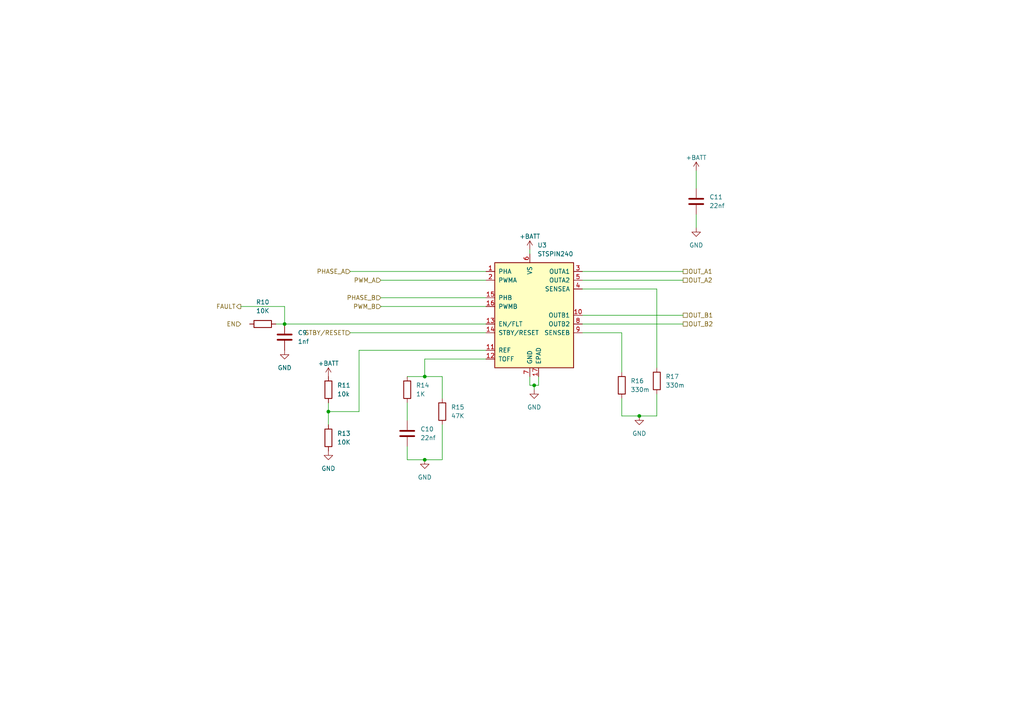
<source format=kicad_sch>
(kicad_sch (version 20230121) (generator eeschema)
  (paper "A4")
  (lib_symbols
    (symbol "Device:C" (pin_numbers hide) (pin_names (offset 0.254))
      (property "Reference" "C" (at 0.635 2.54 0))
      (property "Value" "C" (at 0.635 -2.54 0))
      (symbol "C_0_1"
        (polyline (pts (xy -2.032 -0.762) (xy 2.032 -0.762)) (stroke (width 0.508)))
        (polyline (pts (xy -2.032 0.762) (xy 2.032 0.762)) (stroke (width 0.508)))
      )
      (symbol "C_1_1"
        (pin passive line (at 0 3.81 270) (length 2.794) (name "~") (number "1"))
        (pin passive line (at 0 -3.81 90) (length 2.794) (name "~") (number "2"))
      )
    )
    (symbol "Device:R" (pin_numbers hide) (pin_names (offset 0))
      (property "Reference" "R" (at 2.032 0 90))
      (property "Value" "R" (at 0 0 90))
      (symbol "R_0_1"
        (rectangle (start -1.016 -2.54) (end 1.016 2.54) (stroke (width 0.254)))
      )
      (symbol "R_1_1"
        (pin passive line (at 0 3.81 270) (length 1.27) (name "~") (number "1"))
        (pin passive line (at 0 -3.81 90) (length 1.27) (name "~") (number "2"))
      )
    )
    (symbol "Driver_Motor:STSPIN240" (pin_names (offset 1.016))
      (property "Reference" "U" (at -10.16 16.51 0))
      (property "Value" "STSPIN240" (at 5.08 16.51 0))
      (symbol "STSPIN240_0_1"
        (rectangle (start -10.16 15.24) (end 12.7 -15.24) (stroke (width 0.254)) (fill (type background)))
      )
      (symbol "STSPIN240_1_1"
        (pin input line (at -12.7 12.7 0) (length 2.54) (name "PHA") (number "1"))
        (pin power_out line (at 15.24 0 180) (length 2.54) (name "OUTB1") (number "10"))
        (pin input line (at -12.7 -10.16 0) (length 2.54) (name "REF") (number "11"))
        (pin input line (at -12.7 -12.7 0) (length 2.54) (name "TOFF") (number "12"))
        (pin bidirectional line (at -12.7 -2.54 0) (length 2.54) (name "EN/FLT") (number "13"))
        (pin input line (at -12.7 -5.08 0) (length 2.54) (name "STBY/RESET") (number "14"))
        (pin input line (at -12.7 5.08 0) (length 2.54) (name "PHB") (number "15"))
        (pin input line (at -12.7 2.54 0) (length 2.54) (name "PWMB") (number "16"))
        (pin power_in line (at 2.54 -17.78 90) (length 2.54) (name "EPAD") (number "17"))
        (pin input line (at -12.7 10.16 0) (length 2.54) (name "PWMA") (number "2"))
        (pin power_out line (at 15.24 12.7 180) (length 2.54) (name "OUTA1") (number "3"))
        (pin power_out line (at 15.24 7.62 180) (length 2.54) (name "SENSEA") (number "4"))
        (pin power_out line (at 15.24 10.16 180) (length 2.54) (name "OUTA2") (number "5"))
        (pin power_in line (at 0 17.78 270) (length 2.54) (name "VS") (number "6"))
        (pin power_in line (at 0 -17.78 90) (length 2.54) (name "GND") (number "7"))
        (pin power_out line (at 15.24 -2.54 180) (length 2.54) (name "OUTB2") (number "8"))
        (pin power_out line (at 15.24 -5.08 180) (length 2.54) (name "SENSEB") (number "9"))
      )
    )
    (symbol "power:+BATT" (power) (pin_names (offset 0))
      (property "Value" "+BATT" (at 0 3.556 0))
      (symbol "+BATT_0_1"
        (polyline (pts (xy -0.762 1.27) (xy 0 2.54)))
        (polyline (pts (xy 0 0) (xy 0 2.54)))
        (polyline (pts (xy 0 2.54) (xy 0.762 1.27)))
      )
      (symbol "+BATT_1_1"
        (pin power_in line (at 0 0 90) (length 0) hide (name "+BATT") (number "1"))
      )
    )
    (symbol "power:GND" (power) (pin_names (offset 0))
      (property "Value" "GND" (at 0 -3.81 0))
      (symbol "GND_0_1"
        (polyline (pts (xy 0 0) (xy 0 -1.27) (xy 1.27 -1.27) (xy 0 -2.54) (xy -1.27 -1.27) (xy 0 -1.27)))
      )
      (symbol "GND_1_1"
        (pin power_in line (at 0 0 270) (length 0) hide (name "GND") (number "1"))
      )
    )
  )
  (junction (at 154.94 111.76))
  (junction (at 123.19 109.22))
  (junction (at 185.42 120.65))
  (junction (at 82.55 93.98))
  (junction (at 95.25 119.38))
  (junction (at 123.19 133.35))
  (wire (pts (xy 201.93 49.53) (xy 201.93 54.61)))
  (wire (pts (xy 80.01 93.98) (xy 82.55 93.98)))
  (wire (pts (xy 101.6 78.74) (xy 140.97 78.74)))
  (wire (pts (xy 110.49 88.9) (xy 140.97 88.9)))
  (wire (pts (xy 104.14 101.6) (xy 140.97 101.6)))
  (wire (pts (xy 128.27 123.19) (xy 128.27 133.35)))
  (wire (pts (xy 168.91 81.28) (xy 198.12 81.28)))
  (wire (pts (xy 118.11 129.54) (xy 118.11 133.35)))
  (wire (pts (xy 110.49 86.36) (xy 140.97 86.36)))
  (wire (pts (xy 180.34 96.52) (xy 180.34 107.95)))
  (wire (pts (xy 123.19 109.22) (xy 128.27 109.22)))
  (wire (pts (xy 118.11 133.35) (xy 123.19 133.35)))
  (wire (pts (xy 101.6 96.52) (xy 140.97 96.52)))
  (wire (pts (xy 154.94 111.76) (xy 156.21 111.76)))
  (wire (pts (xy 82.55 93.98) (xy 140.97 93.98)))
  (wire (pts (xy 140.97 104.14) (xy 123.19 104.14)))
  (wire (pts (xy 190.5 114.3) (xy 190.5 120.65)))
  (wire (pts (xy 154.94 111.76) (xy 153.67 111.76)))
  (wire (pts (xy 154.94 113.03) (xy 154.94 111.76)))
  (wire (pts (xy 168.91 96.52) (xy 180.34 96.52)))
  (wire (pts (xy 128.27 115.57) (xy 128.27 109.22)))
  (wire (pts (xy 123.19 104.14) (xy 123.19 109.22)))
  (wire (pts (xy 95.25 119.38) (xy 104.14 119.38)))
  (wire (pts (xy 201.93 62.23) (xy 201.93 66.04)))
  (wire (pts (xy 153.67 111.76) (xy 153.67 109.22)))
  (wire (pts (xy 82.55 93.98) (xy 82.55 88.9)))
  (wire (pts (xy 118.11 116.84) (xy 118.11 121.92)))
  (wire (pts (xy 185.42 120.65) (xy 190.5 120.65)))
  (wire (pts (xy 168.91 91.44) (xy 198.12 91.44)))
  (wire (pts (xy 123.19 133.35) (xy 128.27 133.35)))
  (wire (pts (xy 95.25 119.38) (xy 95.25 123.19)))
  (wire (pts (xy 104.14 101.6) (xy 104.14 119.38)))
  (wire (pts (xy 156.21 109.22) (xy 156.21 111.76)))
  (wire (pts (xy 190.5 83.82) (xy 190.5 106.68)))
  (wire (pts (xy 180.34 120.65) (xy 185.42 120.65)))
  (wire (pts (xy 110.49 81.28) (xy 140.97 81.28)))
  (wire (pts (xy 168.91 93.98) (xy 198.12 93.98)))
  (wire (pts (xy 153.67 72.39) (xy 153.67 73.66)))
  (wire (pts (xy 69.85 88.9) (xy 82.55 88.9)))
  (wire (pts (xy 180.34 115.57) (xy 180.34 120.65)))
  (wire (pts (xy 168.91 78.74) (xy 198.12 78.74)))
  (wire (pts (xy 95.25 116.84) (xy 95.25 119.38)))
  (wire (pts (xy 168.91 83.82) (xy 190.5 83.82)))
  (wire (pts (xy 118.11 109.22) (xy 123.19 109.22)))
  (hierarchical_label "PHASE_A" (shape input) (at 101.6 78.74 180))
  (hierarchical_label "OUT_A2" (shape passive) (at 198.12 81.28 0))
  (hierarchical_label "PWM_A" (shape input) (at 110.49 81.28 180))
  (hierarchical_label "FAULT" (shape output) (at 69.85 88.9 180))
  (hierarchical_label "PHASE_B" (shape input) (at 110.49 86.36 180))
  (hierarchical_label "PWM_B" (shape input) (at 110.49 88.9 180))
  (hierarchical_label "OUT_B2" (shape passive) (at 198.12 93.98 0))
  (hierarchical_label "OUT_A1" (shape passive) (at 198.12 78.74 0))
  (hierarchical_label "OUT_B1" (shape passive) (at 198.12 91.44 0))
  (hierarchical_label "STBY{slash}RESET" (shape input) (at 101.6 96.52 180))
  (hierarchical_label "EN" (shape input) (at 69.85 93.98 180))
  (symbol (lib_id "power:+BATT") (at 201.93 49.53 0) (unit 1)
    (property "Reference" "#PWR019" (effects hide))
    (property "Value" "+BATT" (at 201.93 45.72 0))
  )
  (symbol (lib_id "power:+BATT") (at 153.67 72.39 0) (unit 1)
    (property "Reference" "#PWR018" (effects hide))
    (property "Value" "+BATT" (at 153.67 68.58 0))
  )
  (symbol (lib_id "Device:C") (at 201.93 58.42 0) (unit 1)
    (property "Reference" "C11" (at 205.74 57.15 0) (effects (justify left)))
    (property "Value" "22nf" (at 205.74 59.69 0) (effects (justify left)))
    (property "Footprint" "Capacitor_SMD:C_0603_1608Metric" (effects hide))
  )
  (symbol (lib_id "Driver_Motor:STSPIN240") (at 153.67 91.44 0) (unit 1)
    (property "Reference" "U3" (at 155.8641 71.12 0) (effects (justify left)))
    (property "Value" "STSPIN240" (at 155.8641 73.66 0) (effects (justify left)))
    (property "Footprint" "Package_DFN_QFN:VQFN-16-1EP_3x3mm_P0.5mm_EP1.8x1.8mm" (effects hide))
    (property "Datasheet" "www.st.com/resource/en/datasheet/stspin240.pdf" (effects hide))
  )
  (symbol (lib_id "power:GND") (at 123.19 133.35 0) (unit 1)
    (property "Reference" "#PWR013" (effects hide))
    (property "Value" "GND" (at 123.19 138.43 0))
  )
  (symbol (lib_id "power:GND") (at 154.94 113.03 0) (unit 1)
    (property "Reference" "#PWR011" (effects hide))
    (property "Value" "GND" (at 154.94 118.11 0))
  )
  (symbol (lib_id "Device:R") (at 95.25 113.03 0) (unit 1)
    (property "Reference" "R11" (at 97.79 111.76 0) (effects (justify left)))
    (property "Value" "10k" (at 97.79 114.3 0) (effects (justify left)))
    (property "Footprint" "Resistor_SMD:R_0603_1608Metric" (effects hide))
  )
  (symbol (lib_id "Device:R") (at 76.2 93.98 90) (unit 1)
    (property "Reference" "R10" (at 76.2 87.63 90))
    (property "Value" "10K" (at 76.2 90.17 90))
    (property "Footprint" "Resistor_SMD:R_0603_1608Metric" (effects hide))
  )
  (symbol (lib_id "Device:R") (at 118.11 113.03 0) (unit 1)
    (property "Reference" "R14" (at 120.65 111.76 0) (effects (justify left)))
    (property "Value" "1K" (at 120.65 114.3 0) (effects (justify left)))
    (property "Footprint" "Resistor_SMD:R_0603_1608Metric" (effects hide))
  )
  (symbol (lib_id "power:GND") (at 201.93 66.04 0) (unit 1)
    (property "Reference" "#PWR020" (effects hide))
    (property "Value" "GND" (at 201.93 71.12 0))
  )
  (symbol (lib_id "Device:C") (at 82.55 97.79 0) (unit 1)
    (property "Reference" "C9" (at 86.36 96.52 0) (effects (justify left)))
    (property "Value" "1nf" (at 86.36 99.06 0) (effects (justify left)))
    (property "Footprint" "Capacitor_SMD:C_0603_1608Metric" (effects hide))
  )
  (symbol (lib_id "power:GND") (at 95.25 130.81 0) (unit 1)
    (property "Reference" "#PWR010" (effects hide))
    (property "Value" "GND" (at 95.25 135.89 0))
  )
  (symbol (lib_id "Device:R") (at 95.25 127 0) (unit 1)
    (property "Reference" "R13" (at 97.79 125.73 0) (effects (justify left)))
    (property "Value" "10K" (at 97.79 128.27 0) (effects (justify left)))
    (property "Footprint" "Resistor_SMD:R_0603_1608Metric" (effects hide))
  )
  (symbol (lib_id "Device:R") (at 180.34 111.76 180) (unit 1)
    (property "Reference" "R16" (at 182.88 110.49 0) (effects (justify right)))
    (property "Value" "330m" (at 182.88 113.03 0) (effects (justify right)))
    (property "Footprint" "Resistor_SMD:R_0603_1608Metric" (effects hide))
  )
  (symbol (lib_id "Device:C") (at 118.11 125.73 0) (unit 1)
    (property "Reference" "C10" (at 121.92 124.46 0) (effects (justify left)))
    (property "Value" "22nf" (at 121.92 127 0) (effects (justify left)))
    (property "Footprint" "Capacitor_SMD:C_0603_1608Metric" (effects hide))
  )
  (symbol (lib_id "Device:R") (at 190.5 110.49 0) (unit 1)
    (property "Reference" "R17" (at 193.04 109.22 0) (effects (justify left)))
    (property "Value" "330m" (at 193.04 111.76 0) (effects (justify left)))
    (property "Footprint" "Resistor_SMD:R_0603_1608Metric" (effects hide))
  )
  (symbol (lib_id "power:GND") (at 82.55 101.6 0) (unit 1)
    (property "Reference" "#PWR09" (effects hide))
    (property "Value" "GND" (at 82.55 106.68 0))
  )
  (symbol (lib_id "Device:R") (at 128.27 119.38 0) (unit 1)
    (property "Reference" "R15" (at 130.81 118.11 0) (effects (justify left)))
    (property "Value" "47K" (at 130.81 120.65 0) (effects (justify left)))
    (property "Footprint" "Resistor_SMD:R_0603_1608Metric" (effects hide))
  )
  (symbol (lib_id "power:+BATT") (at 95.25 109.22 0) (unit 1)
    (property "Reference" "#PWR014" (effects hide))
    (property "Value" "+BATT" (at 95.25 105.41 0))
  )
  (symbol (lib_id "power:GND") (at 185.42 120.65 0) (unit 1)
    (property "Reference" "#PWR012" (effects hide))
    (property "Value" "GND" (at 185.42 125.73 0))
  )
)
</source>
